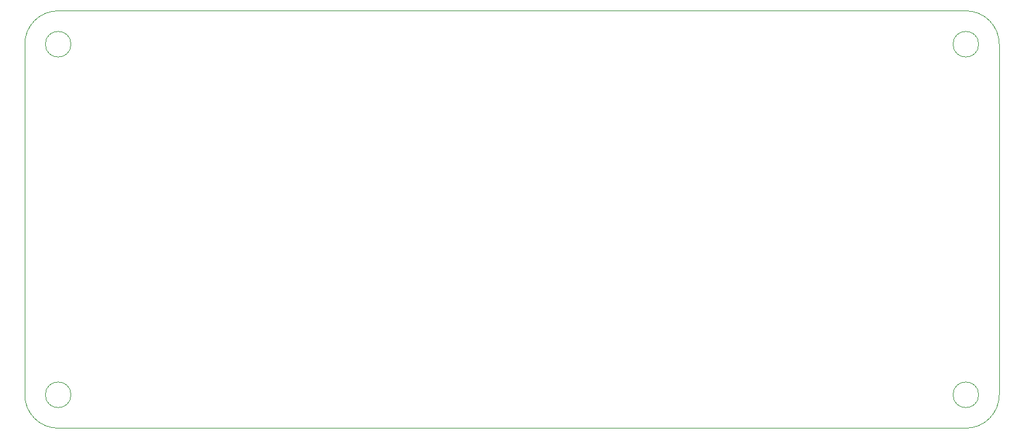
<source format=gbr>
%TF.GenerationSoftware,KiCad,Pcbnew,(5.1.10)-1*%
%TF.CreationDate,2022-01-22T17:59:10-06:00*%
%TF.ProjectId,Voltage_Input_Module,566f6c74-6167-4655-9f49-6e7075745f4d,rev?*%
%TF.SameCoordinates,Original*%
%TF.FileFunction,Profile,NP*%
%FSLAX46Y46*%
G04 Gerber Fmt 4.6, Leading zero omitted, Abs format (unit mm)*
G04 Created by KiCad (PCBNEW (5.1.10)-1) date 2022-01-22 17:59:10*
%MOMM*%
%LPD*%
G01*
G04 APERTURE LIST*
%TA.AperFunction,Profile*%
%ADD10C,0.100000*%
%TD*%
G04 APERTURE END LIST*
D10*
X38100000Y-42672000D02*
G75*
G02*
X42672000Y-38100000I4572000J0D01*
G01*
X42672000Y-95250000D02*
G75*
G02*
X38100000Y-90678000I0J4572000D01*
G01*
X171450000Y-90678000D02*
G75*
G02*
X166878000Y-95250000I-4572000J0D01*
G01*
X166878000Y-38100000D02*
G75*
G02*
X171450000Y-42672000I0J-4572000D01*
G01*
X168630600Y-42672000D02*
G75*
G03*
X168630600Y-42672000I-1752600J0D01*
G01*
X168630600Y-90678000D02*
G75*
G03*
X168630600Y-90678000I-1752600J0D01*
G01*
X44424600Y-90678000D02*
G75*
G03*
X44424600Y-90678000I-1752600J0D01*
G01*
X44424600Y-42672000D02*
G75*
G03*
X44424600Y-42672000I-1752600J0D01*
G01*
X42672000Y-95250000D02*
X166878000Y-95250000D01*
X38100000Y-42672000D02*
X38100000Y-90678000D01*
X171450000Y-42672000D02*
X171450000Y-90678000D01*
X42672000Y-38100000D02*
X166878000Y-38100000D01*
M02*

</source>
